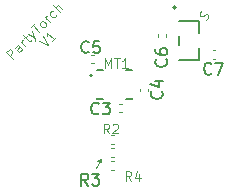
<source format=gbr>
%TF.GenerationSoftware,KiCad,Pcbnew,8.0.1*%
%TF.CreationDate,2024-07-23T23:42:04-04:00*%
%TF.ProjectId,PartyTorch-PCB,50617274-7954-46f7-9263-682d5043422e,rev?*%
%TF.SameCoordinates,Original*%
%TF.FileFunction,Legend,Top*%
%TF.FilePolarity,Positive*%
%FSLAX46Y46*%
G04 Gerber Fmt 4.6, Leading zero omitted, Abs format (unit mm)*
G04 Created by KiCad (PCBNEW 8.0.1) date 2024-07-23 23:42:04*
%MOMM*%
%LPD*%
G01*
G04 APERTURE LIST*
%ADD10C,0.100000*%
%ADD11C,0.150000*%
%ADD12C,0.120000*%
%ADD13C,0.152400*%
%ADD14C,0.127000*%
%ADD15C,0.200000*%
G04 APERTURE END LIST*
D10*
X124600000Y-115100000D02*
X124300000Y-115300000D01*
X124300000Y-115300000D02*
X124600000Y-115400000D01*
X124200000Y-115900000D02*
X124600000Y-115100000D01*
X124600000Y-115400000D02*
X124600000Y-115100000D01*
X133477565Y-103341590D02*
X133579093Y-103276747D01*
X133579093Y-103276747D02*
X133698964Y-103128719D01*
X133698964Y-103128719D02*
X133717306Y-103045534D01*
X133717306Y-103045534D02*
X133711675Y-102991954D01*
X133711675Y-102991954D02*
X133676438Y-102914401D01*
X133676438Y-102914401D02*
X133617227Y-102866452D01*
X133617227Y-102866452D02*
X133534042Y-102848110D01*
X133534042Y-102848110D02*
X133480462Y-102853741D01*
X133480462Y-102853741D02*
X133402908Y-102888978D01*
X133402908Y-102888978D02*
X133277406Y-102983426D01*
X133277406Y-102983426D02*
X133199852Y-103018663D01*
X133199852Y-103018663D02*
X133146273Y-103024295D01*
X133146273Y-103024295D02*
X133063087Y-103005952D01*
X133063087Y-103005952D02*
X133003876Y-102958004D01*
X133003876Y-102958004D02*
X132968639Y-102880450D01*
X132968639Y-102880450D02*
X132963008Y-102826870D01*
X132963008Y-102826870D02*
X132981351Y-102743685D01*
X132981351Y-102743685D02*
X133101221Y-102595657D01*
X133101221Y-102595657D02*
X133202749Y-102530815D01*
X117149755Y-106622988D02*
X116584069Y-106057303D01*
X116584069Y-106057303D02*
X116799568Y-105841804D01*
X116799568Y-105841804D02*
X116880381Y-105814866D01*
X116880381Y-105814866D02*
X116934255Y-105814866D01*
X116934255Y-105814866D02*
X117015068Y-105841804D01*
X117015068Y-105841804D02*
X117095880Y-105922616D01*
X117095880Y-105922616D02*
X117122817Y-106003428D01*
X117122817Y-106003428D02*
X117122817Y-106057303D01*
X117122817Y-106057303D02*
X117095880Y-106138115D01*
X117095880Y-106138115D02*
X116880381Y-106353614D01*
X117957877Y-105814866D02*
X117661565Y-105518555D01*
X117661565Y-105518555D02*
X117580753Y-105491617D01*
X117580753Y-105491617D02*
X117499941Y-105518555D01*
X117499941Y-105518555D02*
X117392191Y-105626304D01*
X117392191Y-105626304D02*
X117365254Y-105707117D01*
X117930939Y-105787929D02*
X117904002Y-105868741D01*
X117904002Y-105868741D02*
X117769315Y-106003428D01*
X117769315Y-106003428D02*
X117688503Y-106030365D01*
X117688503Y-106030365D02*
X117607691Y-106003428D01*
X117607691Y-106003428D02*
X117553816Y-105949553D01*
X117553816Y-105949553D02*
X117526878Y-105868741D01*
X117526878Y-105868741D02*
X117553816Y-105787929D01*
X117553816Y-105787929D02*
X117688503Y-105653242D01*
X117688503Y-105653242D02*
X117715440Y-105572430D01*
X118227251Y-105545492D02*
X117850127Y-105168368D01*
X117957877Y-105276118D02*
X117930940Y-105195306D01*
X117930940Y-105195306D02*
X117930940Y-105141431D01*
X117930940Y-105141431D02*
X117957877Y-105060619D01*
X117957877Y-105060619D02*
X118011752Y-105006744D01*
X118119501Y-104898994D02*
X118335001Y-104683495D01*
X118011752Y-104629620D02*
X118496625Y-105114493D01*
X118496625Y-105114493D02*
X118577437Y-105141431D01*
X118577437Y-105141431D02*
X118658249Y-105114493D01*
X118658249Y-105114493D02*
X118712124Y-105060619D01*
X118469688Y-104548808D02*
X118981498Y-104791245D01*
X118739062Y-104279434D02*
X118981498Y-104791245D01*
X118981498Y-104791245D02*
X119062311Y-104979806D01*
X119062311Y-104979806D02*
X119062311Y-105033681D01*
X119062311Y-105033681D02*
X119035373Y-105114493D01*
X118685187Y-103956185D02*
X119008436Y-103632936D01*
X119412497Y-104360246D02*
X118846811Y-103794561D01*
X119843495Y-103929247D02*
X119762683Y-103956185D01*
X119762683Y-103956185D02*
X119708808Y-103956185D01*
X119708808Y-103956185D02*
X119627996Y-103929247D01*
X119627996Y-103929247D02*
X119466372Y-103767623D01*
X119466372Y-103767623D02*
X119439434Y-103686811D01*
X119439434Y-103686811D02*
X119439434Y-103632936D01*
X119439434Y-103632936D02*
X119466372Y-103552124D01*
X119466372Y-103552124D02*
X119547184Y-103471312D01*
X119547184Y-103471312D02*
X119627996Y-103444374D01*
X119627996Y-103444374D02*
X119681871Y-103444374D01*
X119681871Y-103444374D02*
X119762683Y-103471312D01*
X119762683Y-103471312D02*
X119924308Y-103632936D01*
X119924308Y-103632936D02*
X119951245Y-103713748D01*
X119951245Y-103713748D02*
X119951245Y-103767623D01*
X119951245Y-103767623D02*
X119924308Y-103848435D01*
X119924308Y-103848435D02*
X119843495Y-103929247D01*
X120274494Y-103498249D02*
X119897371Y-103121125D01*
X120005120Y-103228875D02*
X119978183Y-103148062D01*
X119978183Y-103148062D02*
X119978183Y-103094188D01*
X119978183Y-103094188D02*
X120005120Y-103013375D01*
X120005120Y-103013375D02*
X120058995Y-102959501D01*
X120840180Y-102878688D02*
X120813242Y-102959501D01*
X120813242Y-102959501D02*
X120705493Y-103067250D01*
X120705493Y-103067250D02*
X120624680Y-103094188D01*
X120624680Y-103094188D02*
X120570806Y-103094188D01*
X120570806Y-103094188D02*
X120489993Y-103067250D01*
X120489993Y-103067250D02*
X120328369Y-102905626D01*
X120328369Y-102905626D02*
X120301432Y-102824814D01*
X120301432Y-102824814D02*
X120301432Y-102770939D01*
X120301432Y-102770939D02*
X120328369Y-102690127D01*
X120328369Y-102690127D02*
X120436119Y-102582377D01*
X120436119Y-102582377D02*
X120516931Y-102555440D01*
X121109553Y-102663189D02*
X120543868Y-102097504D01*
X121351990Y-102420753D02*
X121055679Y-102124441D01*
X121055679Y-102124441D02*
X120974866Y-102097504D01*
X120974866Y-102097504D02*
X120894054Y-102124441D01*
X120894054Y-102124441D02*
X120813242Y-102205254D01*
X120813242Y-102205254D02*
X120786305Y-102286066D01*
X120786305Y-102286066D02*
X120786305Y-102339941D01*
X119353473Y-105109343D02*
X120107720Y-105486467D01*
X120107720Y-105486467D02*
X119730596Y-104732220D01*
X120781155Y-104813032D02*
X120457906Y-105136281D01*
X120619530Y-104974657D02*
X120053845Y-104408971D01*
X120053845Y-104408971D02*
X120080782Y-104543658D01*
X120080782Y-104543658D02*
X120080782Y-104651408D01*
X120080782Y-104651408D02*
X120053845Y-104732220D01*
X127176667Y-116944895D02*
X126910000Y-116563942D01*
X126719524Y-116944895D02*
X126719524Y-116144895D01*
X126719524Y-116144895D02*
X127024286Y-116144895D01*
X127024286Y-116144895D02*
X127100476Y-116182990D01*
X127100476Y-116182990D02*
X127138571Y-116221085D01*
X127138571Y-116221085D02*
X127176667Y-116297276D01*
X127176667Y-116297276D02*
X127176667Y-116411561D01*
X127176667Y-116411561D02*
X127138571Y-116487752D01*
X127138571Y-116487752D02*
X127100476Y-116525847D01*
X127100476Y-116525847D02*
X127024286Y-116563942D01*
X127024286Y-116563942D02*
X126719524Y-116563942D01*
X127862381Y-116411561D02*
X127862381Y-116944895D01*
X127671905Y-116106800D02*
X127481428Y-116678228D01*
X127481428Y-116678228D02*
X127976667Y-116678228D01*
X125326667Y-112934895D02*
X125060000Y-112553942D01*
X124869524Y-112934895D02*
X124869524Y-112134895D01*
X124869524Y-112134895D02*
X125174286Y-112134895D01*
X125174286Y-112134895D02*
X125250476Y-112172990D01*
X125250476Y-112172990D02*
X125288571Y-112211085D01*
X125288571Y-112211085D02*
X125326667Y-112287276D01*
X125326667Y-112287276D02*
X125326667Y-112401561D01*
X125326667Y-112401561D02*
X125288571Y-112477752D01*
X125288571Y-112477752D02*
X125250476Y-112515847D01*
X125250476Y-112515847D02*
X125174286Y-112553942D01*
X125174286Y-112553942D02*
X124869524Y-112553942D01*
X125631428Y-112211085D02*
X125669524Y-112172990D01*
X125669524Y-112172990D02*
X125745714Y-112134895D01*
X125745714Y-112134895D02*
X125936190Y-112134895D01*
X125936190Y-112134895D02*
X126012381Y-112172990D01*
X126012381Y-112172990D02*
X126050476Y-112211085D01*
X126050476Y-112211085D02*
X126088571Y-112287276D01*
X126088571Y-112287276D02*
X126088571Y-112363466D01*
X126088571Y-112363466D02*
X126050476Y-112477752D01*
X126050476Y-112477752D02*
X125593333Y-112934895D01*
X125593333Y-112934895D02*
X126088571Y-112934895D01*
D11*
X124423333Y-111239580D02*
X124375714Y-111287200D01*
X124375714Y-111287200D02*
X124232857Y-111334819D01*
X124232857Y-111334819D02*
X124137619Y-111334819D01*
X124137619Y-111334819D02*
X123994762Y-111287200D01*
X123994762Y-111287200D02*
X123899524Y-111191961D01*
X123899524Y-111191961D02*
X123851905Y-111096723D01*
X123851905Y-111096723D02*
X123804286Y-110906247D01*
X123804286Y-110906247D02*
X123804286Y-110763390D01*
X123804286Y-110763390D02*
X123851905Y-110572914D01*
X123851905Y-110572914D02*
X123899524Y-110477676D01*
X123899524Y-110477676D02*
X123994762Y-110382438D01*
X123994762Y-110382438D02*
X124137619Y-110334819D01*
X124137619Y-110334819D02*
X124232857Y-110334819D01*
X124232857Y-110334819D02*
X124375714Y-110382438D01*
X124375714Y-110382438D02*
X124423333Y-110430057D01*
X124756667Y-110334819D02*
X125375714Y-110334819D01*
X125375714Y-110334819D02*
X125042381Y-110715771D01*
X125042381Y-110715771D02*
X125185238Y-110715771D01*
X125185238Y-110715771D02*
X125280476Y-110763390D01*
X125280476Y-110763390D02*
X125328095Y-110811009D01*
X125328095Y-110811009D02*
X125375714Y-110906247D01*
X125375714Y-110906247D02*
X125375714Y-111144342D01*
X125375714Y-111144342D02*
X125328095Y-111239580D01*
X125328095Y-111239580D02*
X125280476Y-111287200D01*
X125280476Y-111287200D02*
X125185238Y-111334819D01*
X125185238Y-111334819D02*
X124899524Y-111334819D01*
X124899524Y-111334819D02*
X124804286Y-111287200D01*
X124804286Y-111287200D02*
X124756667Y-111239580D01*
D10*
X124947619Y-107384895D02*
X124947619Y-106584895D01*
X124947619Y-106584895D02*
X125214285Y-107156323D01*
X125214285Y-107156323D02*
X125480952Y-106584895D01*
X125480952Y-106584895D02*
X125480952Y-107384895D01*
X125747619Y-106584895D02*
X126204762Y-106584895D01*
X125976190Y-107384895D02*
X125976190Y-106584895D01*
X126890476Y-107384895D02*
X126433333Y-107384895D01*
X126661905Y-107384895D02*
X126661905Y-106584895D01*
X126661905Y-106584895D02*
X126585714Y-106699180D01*
X126585714Y-106699180D02*
X126509524Y-106775371D01*
X126509524Y-106775371D02*
X126433333Y-106813466D01*
D11*
X130129580Y-106666666D02*
X130177200Y-106714285D01*
X130177200Y-106714285D02*
X130224819Y-106857142D01*
X130224819Y-106857142D02*
X130224819Y-106952380D01*
X130224819Y-106952380D02*
X130177200Y-107095237D01*
X130177200Y-107095237D02*
X130081961Y-107190475D01*
X130081961Y-107190475D02*
X129986723Y-107238094D01*
X129986723Y-107238094D02*
X129796247Y-107285713D01*
X129796247Y-107285713D02*
X129653390Y-107285713D01*
X129653390Y-107285713D02*
X129462914Y-107238094D01*
X129462914Y-107238094D02*
X129367676Y-107190475D01*
X129367676Y-107190475D02*
X129272438Y-107095237D01*
X129272438Y-107095237D02*
X129224819Y-106952380D01*
X129224819Y-106952380D02*
X129224819Y-106857142D01*
X129224819Y-106857142D02*
X129272438Y-106714285D01*
X129272438Y-106714285D02*
X129320057Y-106666666D01*
X129224819Y-105809523D02*
X129224819Y-105999999D01*
X129224819Y-105999999D02*
X129272438Y-106095237D01*
X129272438Y-106095237D02*
X129320057Y-106142856D01*
X129320057Y-106142856D02*
X129462914Y-106238094D01*
X129462914Y-106238094D02*
X129653390Y-106285713D01*
X129653390Y-106285713D02*
X130034342Y-106285713D01*
X130034342Y-106285713D02*
X130129580Y-106238094D01*
X130129580Y-106238094D02*
X130177200Y-106190475D01*
X130177200Y-106190475D02*
X130224819Y-106095237D01*
X130224819Y-106095237D02*
X130224819Y-105904761D01*
X130224819Y-105904761D02*
X130177200Y-105809523D01*
X130177200Y-105809523D02*
X130129580Y-105761904D01*
X130129580Y-105761904D02*
X130034342Y-105714285D01*
X130034342Y-105714285D02*
X129796247Y-105714285D01*
X129796247Y-105714285D02*
X129701009Y-105761904D01*
X129701009Y-105761904D02*
X129653390Y-105809523D01*
X129653390Y-105809523D02*
X129605771Y-105904761D01*
X129605771Y-105904761D02*
X129605771Y-106095237D01*
X129605771Y-106095237D02*
X129653390Y-106190475D01*
X129653390Y-106190475D02*
X129701009Y-106238094D01*
X129701009Y-106238094D02*
X129796247Y-106285713D01*
X133973333Y-107859580D02*
X133925714Y-107907200D01*
X133925714Y-107907200D02*
X133782857Y-107954819D01*
X133782857Y-107954819D02*
X133687619Y-107954819D01*
X133687619Y-107954819D02*
X133544762Y-107907200D01*
X133544762Y-107907200D02*
X133449524Y-107811961D01*
X133449524Y-107811961D02*
X133401905Y-107716723D01*
X133401905Y-107716723D02*
X133354286Y-107526247D01*
X133354286Y-107526247D02*
X133354286Y-107383390D01*
X133354286Y-107383390D02*
X133401905Y-107192914D01*
X133401905Y-107192914D02*
X133449524Y-107097676D01*
X133449524Y-107097676D02*
X133544762Y-107002438D01*
X133544762Y-107002438D02*
X133687619Y-106954819D01*
X133687619Y-106954819D02*
X133782857Y-106954819D01*
X133782857Y-106954819D02*
X133925714Y-107002438D01*
X133925714Y-107002438D02*
X133973333Y-107050057D01*
X134306667Y-106954819D02*
X134973333Y-106954819D01*
X134973333Y-106954819D02*
X134544762Y-107954819D01*
X123573333Y-106039579D02*
X123525714Y-106087199D01*
X123525714Y-106087199D02*
X123382857Y-106134818D01*
X123382857Y-106134818D02*
X123287619Y-106134818D01*
X123287619Y-106134818D02*
X123144762Y-106087199D01*
X123144762Y-106087199D02*
X123049524Y-105991960D01*
X123049524Y-105991960D02*
X123001905Y-105896722D01*
X123001905Y-105896722D02*
X122954286Y-105706246D01*
X122954286Y-105706246D02*
X122954286Y-105563389D01*
X122954286Y-105563389D02*
X123001905Y-105372913D01*
X123001905Y-105372913D02*
X123049524Y-105277675D01*
X123049524Y-105277675D02*
X123144762Y-105182437D01*
X123144762Y-105182437D02*
X123287619Y-105134818D01*
X123287619Y-105134818D02*
X123382857Y-105134818D01*
X123382857Y-105134818D02*
X123525714Y-105182437D01*
X123525714Y-105182437D02*
X123573333Y-105230056D01*
X124478095Y-105134818D02*
X124001905Y-105134818D01*
X124001905Y-105134818D02*
X123954286Y-105611008D01*
X123954286Y-105611008D02*
X124001905Y-105563389D01*
X124001905Y-105563389D02*
X124097143Y-105515770D01*
X124097143Y-105515770D02*
X124335238Y-105515770D01*
X124335238Y-105515770D02*
X124430476Y-105563389D01*
X124430476Y-105563389D02*
X124478095Y-105611008D01*
X124478095Y-105611008D02*
X124525714Y-105706246D01*
X124525714Y-105706246D02*
X124525714Y-105944341D01*
X124525714Y-105944341D02*
X124478095Y-106039579D01*
X124478095Y-106039579D02*
X124430476Y-106087199D01*
X124430476Y-106087199D02*
X124335238Y-106134818D01*
X124335238Y-106134818D02*
X124097143Y-106134818D01*
X124097143Y-106134818D02*
X124001905Y-106087199D01*
X124001905Y-106087199D02*
X123954286Y-106039579D01*
X123533333Y-117354819D02*
X123200000Y-116878628D01*
X122961905Y-117354819D02*
X122961905Y-116354819D01*
X122961905Y-116354819D02*
X123342857Y-116354819D01*
X123342857Y-116354819D02*
X123438095Y-116402438D01*
X123438095Y-116402438D02*
X123485714Y-116450057D01*
X123485714Y-116450057D02*
X123533333Y-116545295D01*
X123533333Y-116545295D02*
X123533333Y-116688152D01*
X123533333Y-116688152D02*
X123485714Y-116783390D01*
X123485714Y-116783390D02*
X123438095Y-116831009D01*
X123438095Y-116831009D02*
X123342857Y-116878628D01*
X123342857Y-116878628D02*
X122961905Y-116878628D01*
X123866667Y-116354819D02*
X124485714Y-116354819D01*
X124485714Y-116354819D02*
X124152381Y-116735771D01*
X124152381Y-116735771D02*
X124295238Y-116735771D01*
X124295238Y-116735771D02*
X124390476Y-116783390D01*
X124390476Y-116783390D02*
X124438095Y-116831009D01*
X124438095Y-116831009D02*
X124485714Y-116926247D01*
X124485714Y-116926247D02*
X124485714Y-117164342D01*
X124485714Y-117164342D02*
X124438095Y-117259580D01*
X124438095Y-117259580D02*
X124390476Y-117307200D01*
X124390476Y-117307200D02*
X124295238Y-117354819D01*
X124295238Y-117354819D02*
X124009524Y-117354819D01*
X124009524Y-117354819D02*
X123914286Y-117307200D01*
X123914286Y-117307200D02*
X123866667Y-117259580D01*
X129749580Y-109376666D02*
X129797200Y-109424285D01*
X129797200Y-109424285D02*
X129844819Y-109567142D01*
X129844819Y-109567142D02*
X129844819Y-109662380D01*
X129844819Y-109662380D02*
X129797200Y-109805237D01*
X129797200Y-109805237D02*
X129701961Y-109900475D01*
X129701961Y-109900475D02*
X129606723Y-109948094D01*
X129606723Y-109948094D02*
X129416247Y-109995713D01*
X129416247Y-109995713D02*
X129273390Y-109995713D01*
X129273390Y-109995713D02*
X129082914Y-109948094D01*
X129082914Y-109948094D02*
X128987676Y-109900475D01*
X128987676Y-109900475D02*
X128892438Y-109805237D01*
X128892438Y-109805237D02*
X128844819Y-109662380D01*
X128844819Y-109662380D02*
X128844819Y-109567142D01*
X128844819Y-109567142D02*
X128892438Y-109424285D01*
X128892438Y-109424285D02*
X128940057Y-109376666D01*
X129178152Y-108519523D02*
X129844819Y-108519523D01*
X128797200Y-108757618D02*
X129511485Y-108995713D01*
X129511485Y-108995713D02*
X129511485Y-108376666D01*
D12*
%TO.C,R4*%
X125446359Y-115310000D02*
X125753641Y-115310000D01*
X125446359Y-116070000D02*
X125753641Y-116070000D01*
%TO.C,R2*%
X125436359Y-113110000D02*
X125743641Y-113110000D01*
X125436359Y-113870000D02*
X125743641Y-113870000D01*
D13*
%TO.C,U1*%
X131268000Y-104659642D02*
X131268000Y-105483360D01*
X131268000Y-106723501D02*
X132922000Y-106723501D01*
X132922000Y-103419501D02*
X131268000Y-103419501D01*
X132922000Y-104458361D02*
X132922000Y-103419501D01*
X132922000Y-106723501D02*
X132922000Y-105684641D01*
X130972001Y-102276501D02*
G75*
G02*
X130717999Y-102276501I-127001J0D01*
G01*
X130717999Y-102276501D02*
G75*
G02*
X130972001Y-102276501I127001J0D01*
G01*
D12*
%TO.C,C3*%
X126367836Y-110430000D02*
X126152164Y-110430000D01*
X126367836Y-111150000D02*
X126152164Y-111150000D01*
D14*
%TO.C,MT1*%
X124270000Y-107530000D02*
X124825000Y-107530000D01*
X124270000Y-107585000D02*
X124270000Y-107530000D01*
X124270000Y-110030000D02*
X124270000Y-109975000D01*
X124825000Y-110030000D02*
X124270000Y-110030000D01*
X126715000Y-107530000D02*
X127270000Y-107530000D01*
X127270000Y-107530000D02*
X127270000Y-107585000D01*
X127270000Y-110030000D02*
X126715000Y-110030000D01*
X127270000Y-110030000D02*
X127270000Y-109975000D01*
D15*
X123870000Y-108030000D02*
G75*
G02*
X123670000Y-108030000I-100000J0D01*
G01*
X123670000Y-108030000D02*
G75*
G02*
X123870000Y-108030000I100000J0D01*
G01*
D12*
%TO.C,C6*%
X129430000Y-104532164D02*
X129430000Y-104747836D01*
X130150000Y-104532164D02*
X130150000Y-104747836D01*
%TO.C,C7*%
X134082164Y-105900000D02*
X134297836Y-105900000D01*
X134082164Y-106620000D02*
X134297836Y-106620000D01*
%TO.C,C5*%
X123772164Y-106300000D02*
X123987836Y-106300000D01*
X123772164Y-107020000D02*
X123987836Y-107020000D01*
%TO.C,R3*%
X125446359Y-114210000D02*
X125753641Y-114210000D01*
X125446359Y-114970000D02*
X125753641Y-114970000D01*
%TO.C,C4*%
X127910000Y-109152164D02*
X127910000Y-109367836D01*
X128630000Y-109152164D02*
X128630000Y-109367836D01*
%TD*%
M02*

</source>
